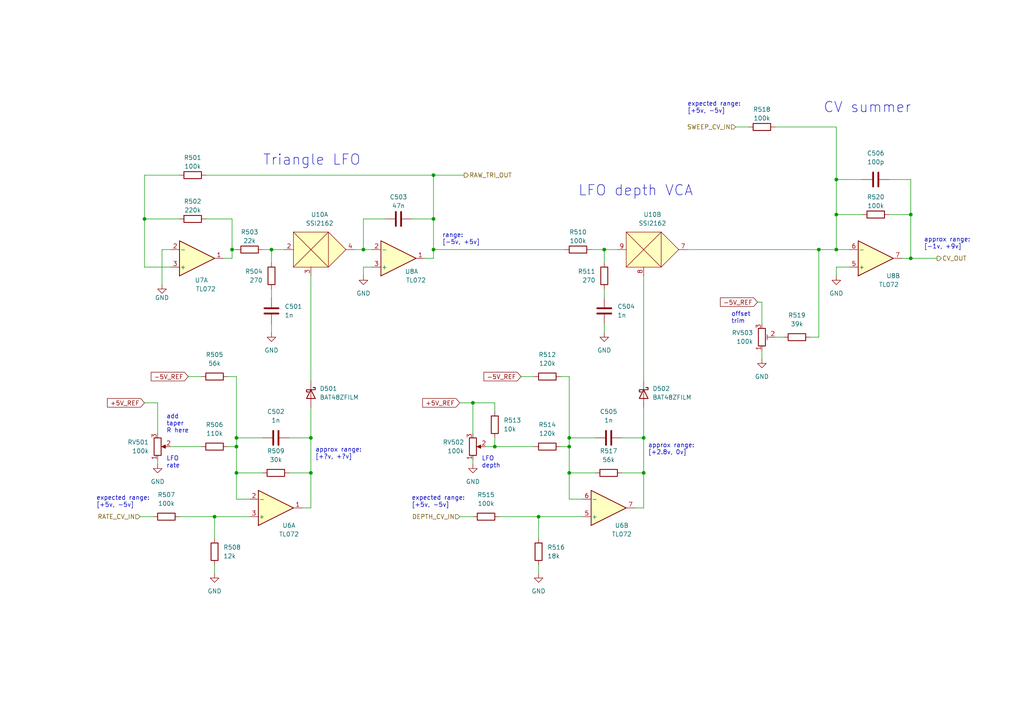
<source format=kicad_sch>
(kicad_sch (version 20211123) (generator eeschema)
  (paper "A4")
  (title_block (title "Phasor II Clone") (date "2022-10-15") (rev "0") (comment 2 "creativecommons.org/licenses/by/4.0/") (comment 3 "License: CC by 4.0: ") (comment 4 "Author: Jordan Aceto"))
  (lib_symbols
    (symbol "Amplifier_Operational:TL072" (pin_names (offset 0.127))
      (property "Reference" "U" (at 0 5.08 0))
      (property "Value" "TL072" (at 0 -5.08 0))
      (symbol "TL072_1_1"
        (polyline (pts (xy -5.08 5.08) (xy 5.08 0) (xy -5.08 -5.08) (xy -5.08 5.08)) (stroke (width 0.254)) (fill (type background)))
        (pin output line (at 7.62 0 180) (length 2.54) (name "~") (number "1"))
        (pin input line (at -7.62 -2.54 0) (length 2.54) (name "-") (number "2"))
        (pin input line (at -7.62 2.54 0) (length 2.54) (name "+") (number "3"))
      )
      (symbol "TL072_2_1"
        (polyline (pts (xy -5.08 5.08) (xy 5.08 0) (xy -5.08 -5.08) (xy -5.08 5.08)) (stroke (width 0.254)) (fill (type background)))
        (pin input line (at -7.62 2.54 0) (length 2.54) (name "+") (number "5"))
        (pin input line (at -7.62 -2.54 0) (length 2.54) (name "-") (number "6"))
        (pin output line (at 7.62 0 180) (length 2.54) (name "~") (number "7"))
      )
      (symbol "TL072_3_1"
        (pin power_in line (at -2.54 -7.62 90) (length 3.81) (name "V-") (number "4"))
        (pin power_in line (at -2.54 7.62 270) (length 3.81) (name "V+") (number "8"))
      )
    )
    (symbol "Device:C" (pin_numbers hide) (pin_names (offset 0.254))
      (property "Reference" "C" (at 0.635 2.54 0))
      (property "Value" "C" (at 0.635 -2.54 0))
      (symbol "C_0_1"
        (polyline (pts (xy -2.032 -0.762) (xy 2.032 -0.762)) (stroke (width 0.508)))
        (polyline (pts (xy -2.032 0.762) (xy 2.032 0.762)) (stroke (width 0.508)))
      )
      (symbol "C_1_1"
        (pin passive line (at 0 3.81 270) (length 2.794) (name "~") (number "1"))
        (pin passive line (at 0 -3.81 90) (length 2.794) (name "~") (number "2"))
      )
    )
    (symbol "Device:D_Schottky" (pin_numbers hide) (pin_names (offset 1.016) hide)
      (property "Reference" "D" (at 0 2.54 0))
      (property "Value" "D_Schottky" (at 0 -2.54 0))
      (symbol "D_Schottky_0_1"
        (polyline (pts (xy 1.27 0) (xy -1.27 0)))
        (polyline (pts (xy 1.27 1.27) (xy 1.27 -1.27) (xy -1.27 0) (xy 1.27 1.27)) (stroke (width 0.254)))
        (polyline (pts (xy -1.905 0.635) (xy -1.905 1.27) (xy -1.27 1.27) (xy -1.27 -1.27) (xy -0.635 -1.27) (xy -0.635 -0.635)) (stroke (width 0.254)))
      )
      (symbol "D_Schottky_1_1"
        (pin passive line (at -3.81 0 0) (length 2.54) (name "K") (number "1"))
        (pin passive line (at 3.81 0 180) (length 2.54) (name "A") (number "2"))
      )
    )
    (symbol "Device:R" (pin_numbers hide) (pin_names (offset 0))
      (property "Reference" "R" (at 2.032 0 90))
      (property "Value" "R" (at 0 0 90))
      (symbol "R_0_1"
        (rectangle (start -1.016 -2.54) (end 1.016 2.54) (stroke (width 0.254)))
      )
      (symbol "R_1_1"
        (pin passive line (at 0 3.81 270) (length 1.27) (name "~") (number "1"))
        (pin passive line (at 0 -3.81 90) (length 1.27) (name "~") (number "2"))
      )
    )
    (symbol "Device:R_Potentiometer" (pin_names (offset 1.016) hide)
      (property "Reference" "RV" (at -4.445 0 90))
      (property "Value" "R_Potentiometer" (at -2.54 0 90))
      (symbol "R_Potentiometer_0_1"
        (polyline (pts (xy 2.54 0) (xy 1.524 0)))
        (polyline (pts (xy 1.143 0) (xy 2.286 0.508) (xy 2.286 -0.508) (xy 1.143 0)) (fill (type outline)))
        (rectangle (start 1.016 2.54) (end -1.016 -2.54) (stroke (width 0.254)))
      )
      (symbol "R_Potentiometer_1_1"
        (pin passive line (at 0 3.81 270) (length 1.27) (name "1") (number "1"))
        (pin passive line (at 3.81 0 180) (length 1.27) (name "2") (number "2"))
        (pin passive line (at 0 -3.81 90) (length 1.27) (name "3") (number "3"))
      )
    )
    (symbol "Device:R_Potentiometer_Trim" (pin_names (offset 1.016) hide)
      (property "Reference" "RV" (at -4.445 0 90))
      (property "Value" "R_Potentiometer_Trim" (at -2.54 0 90))
      (symbol "R_Potentiometer_Trim_0_1"
        (polyline (pts (xy 1.524 0.762) (xy 1.524 -0.762)))
        (polyline (pts (xy 2.54 0) (xy 1.524 0)))
        (rectangle (start 1.016 2.54) (end -1.016 -2.54) (stroke (width 0.254)))
      )
      (symbol "R_Potentiometer_Trim_1_1"
        (pin passive line (at 0 3.81 270) (length 1.27) (name "1") (number "1"))
        (pin passive line (at 3.81 0 180) (length 1.27) (name "2") (number "2"))
        (pin passive line (at 0 -3.81 90) (length 1.27) (name "3") (number "3"))
      )
    )
    (symbol "custom_symbols:SSI2162" (pin_names (offset 1.016))
      (property "Reference" "U?" (at 2.54 10.16 0))
      (property "Value" "SSI2162" (at 2.54 7.62 0))
      (symbol "SSI2162_1_1"
        (rectangle (start -5.08 5.08) (end 5.08 -5.08) (fill (type background)))
        (polyline (pts (xy 5.08 5.08) (xy -5.08 -5.08)))
        (polyline (pts (xy 5.08 5.08) (xy 10.16 0) (xy 5.08 -5.08) (xy -5.08 5.08)) (fill (type background)))
        (pin input line (at -7.62 0 0) (length 2.54) (name "~") (number "2"))
        (pin input line (at 0 -7.62 90) (length 2.54) (name "~") (number "3"))
        (pin output line (at 12.7 0 180) (length 2.54) (name "~") (number "4"))
      )
      (symbol "SSI2162_2_1"
        (rectangle (start -5.08 5.08) (end 5.08 -5.08) (fill (type background)))
        (polyline (pts (xy 5.08 5.08) (xy -5.08 -5.08)))
        (polyline (pts (xy 5.08 5.08) (xy 10.16 0) (xy 5.08 -5.08) (xy -5.08 5.08)) (fill (type background)))
        (pin output line (at 12.7 0 180) (length 2.54) (name "~") (number "7"))
        (pin input line (at 0 -7.62 90) (length 2.54) (name "~") (number "8"))
        (pin input line (at -7.62 0 0) (length 2.54) (name "~") (number "9"))
      )
      (symbol "SSI2162_3_1"
        (rectangle (start 3.81 -10.16) (end -3.81 6.35) (fill (type background)))
        (pin input line (at 6.35 3.81 180) (length 2.54) (name "MODE") (number "1"))
        (pin power_in line (at 6.35 0 180) (length 2.54) (name "V+") (number "10"))
        (pin power_in line (at 6.35 -3.81 180) (length 2.54) (name "GND") (number "5"))
        (pin power_in line (at 6.35 -7.62 180) (length 2.54) (name "V-") (number "6"))
      )
    )
    (symbol "power:GND" (power) (pin_names (offset 0))
      (property "Value" "GND" (at 0 -3.81 0))
      (symbol "GND_0_1"
        (polyline (pts (xy 0 0) (xy 0 -1.27) (xy 1.27 -1.27) (xy 0 -2.54) (xy -1.27 -1.27) (xy 0 -1.27)))
      )
      (symbol "GND_1_1"
        (pin power_in line (at 0 0 270) (length 0) hide (name "GND") (number "1"))
      )
    )
  )
  (junction (at 41.91 63.5))
  (junction (at 186.69 137.16))
  (junction (at 67.31 72.39))
  (junction (at 264.16 74.93))
  (junction (at 143.51 129.54))
  (junction (at 68.58 127))
  (junction (at 105.41 72.39))
  (junction (at 90.17 137.16))
  (junction (at 156.21 149.86))
  (junction (at 237.49 72.39))
  (junction (at 125.73 63.5))
  (junction (at 242.57 62.23))
  (junction (at 90.17 127))
  (junction (at 242.57 72.39))
  (junction (at 125.73 72.39))
  (junction (at 165.1 127))
  (junction (at 242.57 52.07))
  (junction (at 137.16 116.84))
  (junction (at 165.1 137.16))
  (junction (at 186.69 127))
  (junction (at 264.16 62.23))
  (junction (at 165.1 129.54))
  (junction (at 62.23 149.86))
  (junction (at 125.73 50.8))
  (junction (at 68.58 137.16))
  (junction (at 175.26 72.39))
  (junction (at 78.74 72.39))
  (junction (at 68.58 129.54))
  (wire (pts (xy 186.69 127) (xy 186.69 137.16)))
  (wire (pts (xy 90.17 80.01) (xy 90.17 110.49)))
  (wire (pts (xy 119.38 63.5) (xy 125.73 63.5)))
  (wire (pts (xy 62.23 149.86) (xy 72.39 149.86)))
  (wire (pts (xy 175.26 76.2) (xy 175.26 72.39)))
  (wire (pts (xy 83.82 137.16) (xy 90.17 137.16)))
  (wire (pts (xy 137.16 134.62) (xy 137.16 133.35)))
  (wire (pts (xy 87.63 147.32) (xy 90.17 147.32)))
  (wire (pts (xy 46.99 72.39) (xy 46.99 82.55)))
  (wire (pts (xy 67.31 72.39) (xy 67.31 74.93)))
  (wire (pts (xy 90.17 127) (xy 90.17 137.16)))
  (wire (pts (xy 242.57 72.39) (xy 242.57 62.23)))
  (wire (pts (xy 90.17 137.16) (xy 90.17 147.32)))
  (wire (pts (xy 165.1 127) (xy 165.1 129.54)))
  (wire (pts (xy 184.15 147.32) (xy 186.69 147.32)))
  (wire (pts (xy 49.53 129.54) (xy 58.42 129.54)))
  (wire (pts (xy 45.72 134.62) (xy 45.72 133.35)))
  (wire (pts (xy 264.16 74.93) (xy 271.78 74.93)))
  (wire (pts (xy 242.57 80.01) (xy 242.57 77.47)))
  (wire (pts (xy 165.1 137.16) (xy 165.1 144.78)))
  (wire (pts (xy 242.57 62.23) (xy 250.19 62.23)))
  (wire (pts (xy 143.51 116.84) (xy 137.16 116.84)))
  (wire (pts (xy 165.1 127) (xy 172.72 127)))
  (wire (pts (xy 102.87 72.39) (xy 105.41 72.39)))
  (wire (pts (xy 67.31 63.5) (xy 67.31 72.39)))
  (wire (pts (xy 68.58 109.22) (xy 68.58 127)))
  (wire (pts (xy 137.16 149.86) (xy 133.35 149.86)))
  (wire (pts (xy 199.39 72.39) (xy 237.49 72.39)))
  (wire (pts (xy 175.26 83.82) (xy 175.26 86.36)))
  (wire (pts (xy 45.72 116.84) (xy 45.72 125.73)))
  (wire (pts (xy 220.98 104.14) (xy 220.98 101.6)))
  (wire (pts (xy 186.69 118.11) (xy 186.69 127)))
  (wire (pts (xy 219.71 87.63) (xy 220.98 87.63)))
  (wire (pts (xy 175.26 93.98) (xy 175.26 96.52)))
  (wire (pts (xy 44.45 149.86) (xy 40.64 149.86)))
  (wire (pts (xy 162.56 129.54) (xy 165.1 129.54)))
  (wire (pts (xy 165.1 109.22) (xy 162.56 109.22)))
  (wire (pts (xy 220.98 87.63) (xy 220.98 93.98)))
  (wire (pts (xy 250.19 52.07) (xy 242.57 52.07)))
  (wire (pts (xy 78.74 93.98) (xy 78.74 96.52)))
  (wire (pts (xy 105.41 80.01) (xy 105.41 77.47)))
  (wire (pts (xy 68.58 137.16) (xy 68.58 144.78)))
  (wire (pts (xy 125.73 63.5) (xy 125.73 72.39)))
  (wire (pts (xy 156.21 166.37) (xy 156.21 163.83)))
  (wire (pts (xy 171.45 72.39) (xy 175.26 72.39)))
  (wire (pts (xy 41.91 116.84) (xy 45.72 116.84)))
  (wire (pts (xy 133.35 116.84) (xy 137.16 116.84)))
  (wire (pts (xy 165.1 109.22) (xy 165.1 127)))
  (wire (pts (xy 68.58 137.16) (xy 76.2 137.16)))
  (wire (pts (xy 78.74 72.39) (xy 82.55 72.39)))
  (wire (pts (xy 105.41 72.39) (xy 105.41 63.5)))
  (wire (pts (xy 143.51 129.54) (xy 154.94 129.54)))
  (wire (pts (xy 41.91 63.5) (xy 41.91 77.47)))
  (wire (pts (xy 78.74 76.2) (xy 78.74 72.39)))
  (wire (pts (xy 234.95 97.79) (xy 237.49 97.79)))
  (wire (pts (xy 67.31 72.39) (xy 68.58 72.39)))
  (wire (pts (xy 257.81 62.23) (xy 264.16 62.23)))
  (wire (pts (xy 123.19 74.93) (xy 125.73 74.93)))
  (wire (pts (xy 83.82 127) (xy 90.17 127)))
  (wire (pts (xy 168.91 144.78) (xy 165.1 144.78)))
  (wire (pts (xy 66.04 129.54) (xy 68.58 129.54)))
  (wire (pts (xy 257.81 52.07) (xy 264.16 52.07)))
  (wire (pts (xy 180.34 127) (xy 186.69 127)))
  (wire (pts (xy 41.91 50.8) (xy 41.91 63.5)))
  (wire (pts (xy 52.07 50.8) (xy 41.91 50.8)))
  (wire (pts (xy 213.36 36.83) (xy 217.17 36.83)))
  (wire (pts (xy 186.69 80.01) (xy 186.69 110.49)))
  (wire (pts (xy 76.2 72.39) (xy 78.74 72.39)))
  (wire (pts (xy 165.1 137.16) (xy 172.72 137.16)))
  (wire (pts (xy 237.49 72.39) (xy 242.57 72.39)))
  (wire (pts (xy 242.57 52.07) (xy 242.57 36.83)))
  (wire (pts (xy 242.57 52.07) (xy 242.57 62.23)))
  (wire (pts (xy 186.69 137.16) (xy 186.69 147.32)))
  (wire (pts (xy 264.16 52.07) (xy 264.16 62.23)))
  (wire (pts (xy 67.31 63.5) (xy 59.69 63.5)))
  (wire (pts (xy 156.21 149.86) (xy 168.91 149.86)))
  (wire (pts (xy 143.51 119.38) (xy 143.51 116.84)))
  (wire (pts (xy 227.33 97.79) (xy 224.79 97.79)))
  (wire (pts (xy 156.21 149.86) (xy 156.21 156.21)))
  (wire (pts (xy 64.77 74.93) (xy 67.31 74.93)))
  (wire (pts (xy 180.34 137.16) (xy 186.69 137.16)))
  (wire (pts (xy 125.73 72.39) (xy 163.83 72.39)))
  (wire (pts (xy 78.74 83.82) (xy 78.74 86.36)))
  (wire (pts (xy 125.73 50.8) (xy 134.62 50.8)))
  (wire (pts (xy 165.1 129.54) (xy 165.1 137.16)))
  (wire (pts (xy 59.69 50.8) (xy 125.73 50.8)))
  (wire (pts (xy 105.41 77.47) (xy 107.95 77.47)))
  (wire (pts (xy 90.17 118.11) (xy 90.17 127)))
  (wire (pts (xy 68.58 129.54) (xy 68.58 137.16)))
  (wire (pts (xy 143.51 127) (xy 143.51 129.54)))
  (wire (pts (xy 52.07 149.86) (xy 62.23 149.86)))
  (wire (pts (xy 41.91 63.5) (xy 52.07 63.5)))
  (wire (pts (xy 242.57 77.47) (xy 246.38 77.47)))
  (wire (pts (xy 264.16 62.23) (xy 264.16 74.93)))
  (wire (pts (xy 62.23 149.86) (xy 62.23 156.21)))
  (wire (pts (xy 105.41 63.5) (xy 111.76 63.5)))
  (wire (pts (xy 151.13 109.22) (xy 154.94 109.22)))
  (wire (pts (xy 140.97 129.54) (xy 143.51 129.54)))
  (wire (pts (xy 68.58 109.22) (xy 66.04 109.22)))
  (wire (pts (xy 54.61 109.22) (xy 58.42 109.22)))
  (wire (pts (xy 264.16 74.93) (xy 261.62 74.93)))
  (wire (pts (xy 137.16 116.84) (xy 137.16 125.73)))
  (wire (pts (xy 72.39 144.78) (xy 68.58 144.78)))
  (wire (pts (xy 125.73 72.39) (xy 125.73 74.93)))
  (wire (pts (xy 46.99 72.39) (xy 49.53 72.39)))
  (wire (pts (xy 41.91 77.47) (xy 49.53 77.47)))
  (wire (pts (xy 237.49 97.79) (xy 237.49 72.39)))
  (wire (pts (xy 144.78 149.86) (xy 156.21 149.86)))
  (wire (pts (xy 107.95 72.39) (xy 105.41 72.39)))
  (wire (pts (xy 68.58 127) (xy 68.58 129.54)))
  (wire (pts (xy 62.23 166.37) (xy 62.23 163.83)))
  (wire (pts (xy 246.38 72.39) (xy 242.57 72.39)))
  (wire (pts (xy 175.26 72.39) (xy 179.07 72.39)))
  (wire (pts (xy 68.58 127) (xy 76.2 127)))
  (wire (pts (xy 125.73 63.5) (xy 125.73 50.8)))
  (wire (pts (xy 224.79 36.83) (xy 242.57 36.83)))
  (text "approx range:\n[+?v, +?v]" (at 91.44 133.35 0) (effects (font (size 1.27 1.27)) (justify left bottom)))
  (text "LFO\ndepth" (at 139.7 135.89 0) (effects (font (size 1.27 1.27)) (justify left bottom)))
  (text "CV summer" (at 238.76 33.02 0) (effects (font (size 3 3)) (justify left bottom)))
  (text "approx range:\n[+2.8v, 0v]" (at 187.96 132.08 0) (effects (font (size 1.27 1.27)) (justify left bottom)))
  (text "LFO\nrate" (at 48.26 135.89 0) (effects (font (size 1.27 1.27)) (justify left bottom)))
  (text "expected range:\n[+5v, -5v]" (at 199.39 33.02 0) (effects (font (size 1.27 1.27)) (justify left bottom)))
  (text "add\ntaper\nR here" (at 48.26 125.73 0) (effects (font (size 1.27 1.27)) (justify left bottom)))
  (text "range:\n[-5v, +5v]" (at 128.27 71.12 0) (effects (font (size 1.27 1.27)) (justify left bottom)))
  (text "expected range:\n[+5v, -5v]" (at 27.94 147.32 0) (effects (font (size 1.27 1.27)) (justify left bottom)))
  (text "LFO depth VCA" (at 167.64 57.15 0) (effects (font (size 3 3)) (justify left bottom)))
  (text "expected range:\n[+5v, -5v]" (at 119.38 147.32 0) (effects (font (size 1.27 1.27)) (justify left bottom)))
  (text "offset\ntrim" (at 212.09 93.98 0) (effects (font (size 1.27 1.27)) (justify left bottom)))
  (text "approx range:\n[-1v, +9v]" (at 267.97 72.39 0) (effects (font (size 1.27 1.27)) (justify left bottom)))
  (text "Triangle LFO" (at 76.2 48.26 0) (effects (font (size 3 3)) (justify left bottom)))
  (global_label "-5V_REF" (shape input) (at 54.61 109.22 180) (property "Intersheet References" "${INTERSHEET_REFS}" (effects hide)))
  (global_label "+5V_REF" (shape input) (at 133.35 116.84 180) (property "Intersheet References" "${INTERSHEET_REFS}" (effects hide)))
  (global_label "-5V_REF" (shape input) (at 151.13 109.22 180) (property "Intersheet References" "${INTERSHEET_REFS}" (effects hide)))
  (global_label "+5V_REF" (shape input) (at 41.91 116.84 180) (property "Intersheet References" "${INTERSHEET_REFS}" (effects hide)))
  (global_label "-5V_REF" (shape input) (at 219.71 87.63 180) (property "Intersheet References" "${INTERSHEET_REFS}" (effects hide)))
  (hierarchical_label "CV_OUT" (shape output) (at 271.78 74.93 0))
  (hierarchical_label "RATE_CV_IN" (shape input) (at 40.64 149.86 180))
  (hierarchical_label "RAW_TRI_OUT" (shape output) (at 134.62 50.8 0))
  (hierarchical_label "DEPTH_CV_IN" (shape input) (at 133.35 149.86 180))
  (hierarchical_label "SWEEP_CV_IN" (shape input) (at 213.36 36.83 180))
  (symbol (lib_id "Device:D_Schottky") (at 186.69 114.3 270) (unit 1)
    (property "Reference" "D502" (at 189.23 112.7124 90) (effects (justify left)))
    (property "Value" "BAT48ZFILM" (at 189.23 115.2524 90) (effects (justify left)))
    (property "Footprint" "Diode_SMD:D_SOD-123" (effects hide))
  )
  (symbol (lib_id "Device:R") (at 78.74 80.01 0) (mirror y) (unit 1)
    (property "Reference" "R504" (at 76.2 78.7399 0) (effects (justify left)))
    (property "Value" "270" (at 76.2 81.2799 0) (effects (justify left)))
    (property "Footprint" "Resistor_SMD:R_0603_1608Metric" (effects hide))
  )
  (symbol (lib_id "power:GND") (at 175.26 96.52 0) (mirror y) (unit 1)
    (property "Reference" "#PWR0508" (effects hide))
    (property "Value" "GND" (at 175.26 101.6 0))
  )
  (symbol (lib_id "Device:R") (at 55.88 63.5 90) (unit 1)
    (property "Reference" "R502" (at 55.88 58.42 90))
    (property "Value" "220k" (at 55.88 60.96 90))
    (property "Footprint" "Resistor_SMD:R_0603_1608Metric" (effects hide))
  )
  (symbol (lib_id "Device:R") (at 167.64 72.39 270) (mirror x) (unit 1)
    (property "Reference" "R510" (at 167.64 67.31 90))
    (property "Value" "100k" (at 167.64 69.85 90))
    (property "Footprint" "Resistor_SMD:R_0603_1608Metric" (effects hide))
  )
  (symbol (lib_id "power:GND") (at 220.98 104.14 0) (unit 1)
    (property "Reference" "#PWR0106" (effects hide))
    (property "Value" "GND" (at 220.98 109.22 0))
  )
  (symbol (lib_id "Device:R_Potentiometer") (at 45.72 129.54 0) (mirror x) (unit 1)
    (property "Reference" "RV501" (at 43.18 128.2699 0) (effects (justify right)))
    (property "Value" "100k" (at 43.18 130.8099 0) (effects (justify right)))
    (property "Footprint" "custom_footprints:Potentiometer_Alpha_RD901F-40-00D_Single_Vertical" (effects hide))
  )
  (symbol (lib_id "Device:R_Potentiometer_Trim") (at 220.98 97.79 0) (mirror x) (unit 1)
    (property "Reference" "RV503" (at 218.44 96.5199 0) (effects (justify right)))
    (property "Value" "100k" (at 218.44 99.0599 0) (effects (justify right)))
    (property "Footprint" "Potentiometer_THT:Potentiometer_Bourns_3296W_Vertical" (effects hide))
  )
  (symbol (lib_id "Device:R") (at 80.01 137.16 90) (unit 1)
    (property "Reference" "R509" (at 80.01 130.81 90))
    (property "Value" "30k" (at 80.01 133.35 90))
    (property "Footprint" "Resistor_SMD:R_0603_1608Metric" (effects hide))
  )
  (symbol (lib_id "power:GND") (at 156.21 166.37 0) (mirror y) (unit 1)
    (property "Reference" "#PWR0107" (effects hide))
    (property "Value" "GND" (at 156.21 171.45 0))
  )
  (symbol (lib_id "power:GND") (at 45.72 134.62 0) (mirror y) (unit 1)
    (property "Reference" "#PWR0501" (effects hide))
    (property "Value" "GND" (at 45.72 139.7 0))
  )
  (symbol (lib_id "Amplifier_Operational:TL072") (at 176.53 147.32 0) (mirror x) (unit 2)
    (property "Reference" "U6" (at 180.34 152.4 0))
    (property "Value" "TL072" (at 180.34 154.94 0))
    (property "Footprint" "Package_SO:SOIC-8_3.9x4.9mm_P1.27mm" (effects hide))
    (property "Datasheet" "http://www.ti.com/lit/ds/symlink/tl071.pdf" (effects hide))
  )
  (symbol (lib_id "Device:R") (at 48.26 149.86 270) (mirror x) (unit 1)
    (property "Reference" "R507" (at 48.26 143.51 90))
    (property "Value" "100k" (at 48.26 146.05 90))
    (property "Footprint" "Resistor_SMD:R_0603_1608Metric" (effects hide))
  )
  (symbol (lib_id "Device:R") (at 140.97 149.86 270) (mirror x) (unit 1)
    (property "Reference" "R515" (at 140.97 143.51 90))
    (property "Value" "100k" (at 140.97 146.05 90))
    (property "Footprint" "Resistor_SMD:R_0603_1608Metric" (effects hide))
  )
  (symbol (lib_id "Device:R") (at 156.21 160.02 0) (mirror y) (unit 1)
    (property "Reference" "R516" (at 158.75 158.7499 0) (effects (justify right)))
    (property "Value" "18k" (at 158.75 161.2899 0) (effects (justify right)))
    (property "Footprint" "Resistor_SMD:R_0603_1608Metric" (effects hide))
  )
  (symbol (lib_id "Amplifier_Operational:TL072") (at 80.01 147.32 0) (mirror x) (unit 1)
    (property "Reference" "U6" (at 83.82 152.4 0))
    (property "Value" "TL072" (at 83.82 154.94 0))
    (property "Footprint" "Package_SO:SOIC-8_3.9x4.9mm_P1.27mm" (effects hide))
    (property "Datasheet" "http://www.ti.com/lit/ds/symlink/tl071.pdf" (effects hide))
  )
  (symbol (lib_id "power:GND") (at 137.16 134.62 0) (mirror y) (unit 1)
    (property "Reference" "#PWR0506" (effects hide))
    (property "Value" "GND" (at 137.16 139.7 0))
  )
  (symbol (lib_id "Amplifier_Operational:TL072") (at 254 74.93 0) (mirror x) (unit 2)
    (property "Reference" "U8" (at 259.08 80.01 0))
    (property "Value" "TL072" (at 257.81 82.55 0))
    (property "Footprint" "Package_SO:SOIC-8_3.9x4.9mm_P1.27mm" (effects hide))
    (property "Datasheet" "http://www.ti.com/lit/ds/symlink/tl071.pdf" (effects hide))
  )
  (symbol (lib_id "Device:R") (at 72.39 72.39 270) (mirror x) (unit 1)
    (property "Reference" "R503" (at 72.39 67.31 90))
    (property "Value" "22k" (at 72.39 69.85 90))
    (property "Footprint" "Resistor_SMD:R_0603_1608Metric" (effects hide))
  )
  (symbol (lib_id "power:GND") (at 105.41 80.01 0) (unit 1)
    (property "Reference" "#PWR0505" (effects hide))
    (property "Value" "GND" (at 105.41 85.09 0))
  )
  (symbol (lib_id "Device:R") (at 143.51 123.19 0) (mirror y) (unit 1)
    (property "Reference" "R513" (at 146.05 121.9199 0) (effects (justify right)))
    (property "Value" "10k" (at 146.05 124.4599 0) (effects (justify right)))
    (property "Footprint" "Resistor_SMD:R_0603_1608Metric" (effects hide))
  )
  (symbol (lib_id "power:GND") (at 46.99 82.55 0) (unit 1)
    (property "Reference" "#PWR0502" (effects hide))
    (property "Value" "GND" (at 46.99 86.36 0))
  )
  (symbol (lib_id "power:GND") (at 242.57 80.01 0) (mirror y) (unit 1)
    (property "Reference" "#PWR0509" (effects hide))
    (property "Value" "GND" (at 242.57 85.09 0))
  )
  (symbol (lib_id "Device:R") (at 62.23 109.22 270) (mirror x) (unit 1)
    (property "Reference" "R505" (at 62.23 102.87 90))
    (property "Value" "56k" (at 62.23 105.41 90))
    (property "Footprint" "Resistor_SMD:R_0603_1608Metric" (effects hide))
  )
  (symbol (lib_id "Device:R_Potentiometer") (at 137.16 129.54 0) (mirror x) (unit 1)
    (property "Reference" "RV502" (at 134.62 128.2699 0) (effects (justify right)))
    (property "Value" "100k" (at 134.62 130.8099 0) (effects (justify right)))
    (property "Footprint" "custom_footprints:Potentiometer_Alpha_RD901F-40-00D_Single_Vertical" (effects hide))
  )
  (symbol (lib_id "custom_symbols:SSI2162") (at 90.17 72.39 0) (unit 1)
    (property "Reference" "U10" (at 92.71 62.23 0))
    (property "Value" "SSI2162" (at 92.71 64.77 0))
    (property "Footprint" "Package_SO:SSOP-10_3.9x4.9mm_P1.00mm" (effects hide))
    (property "Datasheet" "https://www.soundsemiconductor.com/downloads/ssi2162datasheet.pdf" (effects hide))
  )
  (symbol (lib_id "Device:C") (at 175.26 90.17 0) (mirror y) (unit 1)
    (property "Reference" "C504" (at 179.07 88.8999 0) (effects (justify right)))
    (property "Value" "1n" (at 179.07 91.4399 0) (effects (justify right)))
    (property "Footprint" "Capacitor_SMD:C_0603_1608Metric" (effects hide))
  )
  (symbol (lib_id "Device:C") (at 254 52.07 270) (mirror x) (unit 1)
    (property "Reference" "C506" (at 254 44.45 90))
    (property "Value" "100p" (at 254 46.99 90))
    (property "Footprint" "Capacitor_SMD:C_0603_1608Metric" (effects hide))
  )
  (symbol (lib_id "Device:R") (at 62.23 160.02 0) (mirror y) (unit 1)
    (property "Reference" "R508" (at 64.77 158.7499 0) (effects (justify right)))
    (property "Value" "12k" (at 64.77 161.2899 0) (effects (justify right)))
    (property "Footprint" "Resistor_SMD:R_0603_1608Metric" (effects hide))
  )
  (symbol (lib_id "power:GND") (at 78.74 96.52 0) (mirror y) (unit 1)
    (property "Reference" "#PWR0504" (effects hide))
    (property "Value" "GND" (at 78.74 101.6 0))
  )
  (symbol (lib_id "Device:R") (at 176.53 137.16 90) (unit 1)
    (property "Reference" "R517" (at 176.53 130.81 90))
    (property "Value" "56k" (at 176.53 133.35 90))
    (property "Footprint" "Resistor_SMD:R_0603_1608Metric" (effects hide))
  )
  (symbol (lib_id "Device:C") (at 176.53 127 270) (mirror x) (unit 1)
    (property "Reference" "C505" (at 176.53 119.38 90))
    (property "Value" "1n" (at 176.53 121.92 90))
    (property "Footprint" "Capacitor_SMD:C_0603_1608Metric" (effects hide))
  )
  (symbol (lib_id "Device:R") (at 220.98 36.83 90) (unit 1)
    (property "Reference" "R518" (at 220.98 31.75 90))
    (property "Value" "100k" (at 220.98 34.29 90))
    (property "Footprint" "Resistor_SMD:R_0603_1608Metric" (effects hide))
  )
  (symbol (lib_id "Device:C") (at 80.01 127 270) (mirror x) (unit 1)
    (property "Reference" "C502" (at 80.01 119.38 90))
    (property "Value" "1n" (at 80.01 121.92 90))
    (property "Footprint" "Capacitor_SMD:C_0603_1608Metric" (effects hide))
  )
  (symbol (lib_id "custom_symbols:SSI2162") (at 186.69 72.39 0) (unit 2)
    (property "Reference" "U10" (at 189.23 62.23 0))
    (property "Value" "SSI2162" (at 189.23 64.77 0))
    (property "Footprint" "Package_SO:SSOP-10_3.9x4.9mm_P1.00mm" (effects hide))
    (property "Datasheet" "https://www.soundsemiconductor.com/downloads/ssi2162datasheet.pdf" (effects hide))
  )
  (symbol (lib_id "Device:R") (at 231.14 97.79 90) (unit 1)
    (property "Reference" "R519" (at 231.14 91.44 90))
    (property "Value" "39k" (at 231.14 93.98 90))
    (property "Footprint" "Resistor_SMD:R_0603_1608Metric" (effects hide))
  )
  (symbol (lib_id "Amplifier_Operational:TL072") (at 115.57 74.93 0) (mirror x) (unit 1)
    (property "Reference" "U8" (at 119.38 78.74 0))
    (property "Value" "TL072" (at 120.65 81.28 0))
    (property "Footprint" "Package_SO:SOIC-8_3.9x4.9mm_P1.27mm" (effects hide))
    (property "Datasheet" "http://www.ti.com/lit/ds/symlink/tl071.pdf" (effects hide))
  )
  (symbol (lib_id "Device:R") (at 55.88 50.8 90) (unit 1)
    (property "Reference" "R501" (at 55.88 45.72 90))
    (property "Value" "100k" (at 55.88 48.26 90))
    (property "Footprint" "Resistor_SMD:R_0603_1608Metric" (effects hide))
  )
  (symbol (lib_id "Device:R") (at 62.23 129.54 90) (unit 1)
    (property "Reference" "R506" (at 62.23 123.19 90))
    (property "Value" "110k" (at 62.23 125.73 90))
    (property "Footprint" "Resistor_SMD:R_0603_1608Metric" (effects hide))
  )
  (symbol (lib_id "Device:C") (at 78.74 90.17 0) (mirror y) (unit 1)
    (property "Reference" "C501" (at 82.55 88.8999 0) (effects (justify right)))
    (property "Value" "1n" (at 82.55 91.4399 0) (effects (justify right)))
    (property "Footprint" "Capacitor_SMD:C_0603_1608Metric" (effects hide))
  )
  (symbol (lib_id "Device:R") (at 158.75 129.54 90) (unit 1)
    (property "Reference" "R514" (at 158.75 123.19 90))
    (property "Value" "120k" (at 158.75 125.73 90))
    (property "Footprint" "Resistor_SMD:R_0603_1608Metric" (effects hide))
  )
  (symbol (lib_id "Device:C") (at 115.57 63.5 90) (unit 1)
    (property "Reference" "C503" (at 115.57 57.15 90))
    (property "Value" "47n" (at 115.57 59.69 90))
    (property "Footprint" "Capacitor_SMD:C_0805_2012Metric" (effects hide))
  )
  (symbol (lib_id "Device:R") (at 254 62.23 270) (mirror x) (unit 1)
    (property "Reference" "R520" (at 254 57.15 90))
    (property "Value" "100k" (at 254 59.69 90))
    (property "Footprint" "Resistor_SMD:R_0603_1608Metric" (effects hide))
  )
  (symbol (lib_id "Device:R") (at 158.75 109.22 270) (mirror x) (unit 1)
    (property "Reference" "R512" (at 158.75 102.87 90))
    (property "Value" "120k" (at 158.75 105.41 90))
    (property "Footprint" "Resistor_SMD:R_0603_1608Metric" (effects hide))
  )
  (symbol (lib_id "Amplifier_Operational:TL072") (at 57.15 74.93 0) (mirror x) (unit 1)
    (property "Reference" "U7" (at 58.42 81.28 0))
    (property "Value" "TL072" (at 59.69 83.82 0))
    (property "Footprint" "Package_SO:SOIC-8_3.9x4.9mm_P1.27mm" (effects hide))
    (property "Datasheet" "http://www.ti.com/lit/ds/symlink/tl071.pdf" (effects hide))
  )
  (symbol (lib_id "power:GND") (at 62.23 166.37 0) (mirror y) (unit 1)
    (property "Reference" "#PWR0503" (effects hide))
    (property "Value" "GND" (at 62.23 171.45 0))
  )
  (symbol (lib_id "Device:D_Schottky") (at 90.17 114.3 270) (unit 1)
    (property "Reference" "D501" (at 92.71 112.7124 90) (effects (justify left)))
    (property "Value" "BAT48ZFILM" (at 92.71 115.2524 90) (effects (justify left)))
    (property "Footprint" "Diode_SMD:D_SOD-123" (effects hide))
  )
  (symbol (lib_id "Device:R") (at 175.26 80.01 0) (mirror y) (unit 1)
    (property "Reference" "R511" (at 172.72 78.7399 0) (effects (justify left)))
    (property "Value" "270" (at 172.72 81.2799 0) (effects (justify left)))
    (property "Footprint" "Resistor_SMD:R_0603_1608Metric" (effects hide))
  )
)
</source>
